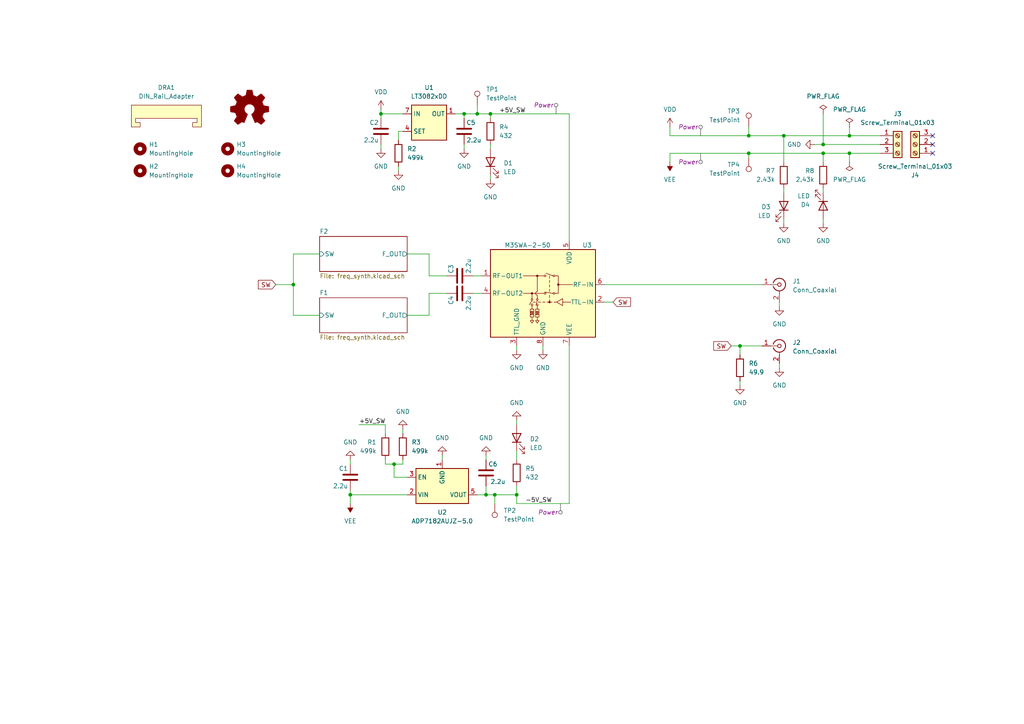
<source format=kicad_sch>
(kicad_sch (version 20230121) (generator eeschema)
  (paper "A4")
  (title_block (title "AOM driver") (date "2023-12-24") (rev "v1") (company "Jacob Feder"))
  (lib_symbols
    (symbol "Connector:Conn_Coaxial" (pin_names (offset 1.016) hide)
      (property "Reference" "J" (at 0.254 3.048 0))
      (property "Value" "Conn_Coaxial" (at 2.921 0 90))
      (symbol "Conn_Coaxial_0_1"
        (arc (start -1.778 -0.508) (mid 0.2311 -1.8066) (end 1.778 0) (stroke (width 0.254)))
        (polyline (pts (xy -2.54 0) (xy -0.508 0)))
        (polyline (pts (xy 0 -2.54) (xy 0 -1.778)))
        (circle (center 0 0) (radius 0.508) (stroke (width 0.2032)))
        (arc (start 1.778 0) (mid 0.2099 1.8101) (end -1.778 0.508) (stroke (width 0.254)))
      )
      (symbol "Conn_Coaxial_1_1"
        (pin passive line (at -5.08 0 0) (length 2.54) (name "In") (number "1"))
        (pin passive line (at 0 -5.08 90) (length 2.54) (name "Ext") (number "2"))
      )
    )
    (symbol "Connector:Screw_Terminal_01x03" (pin_names (offset 1.016) hide)
      (property "Reference" "J" (at 0 5.08 0))
      (property "Value" "Screw_Terminal_01x03" (at 0 -5.08 0))
      (symbol "Screw_Terminal_01x03_1_1"
        (rectangle (start -1.27 3.81) (end 1.27 -3.81) (stroke (width 0.254)) (fill (type background)))
        (circle (center 0 -2.54) (radius 0.635) (stroke (width 0.1524)))
        (polyline (pts (xy -0.5334 -2.2098) (xy 0.3302 -3.048)) (stroke (width 0.1524)))
        (polyline (pts (xy -0.5334 0.3302) (xy 0.3302 -0.508)) (stroke (width 0.1524)))
        (polyline (pts (xy -0.5334 2.8702) (xy 0.3302 2.032)) (stroke (width 0.1524)))
        (polyline (pts (xy -0.3556 -2.032) (xy 0.508 -2.8702)) (stroke (width 0.1524)))
        (polyline (pts (xy -0.3556 0.508) (xy 0.508 -0.3302)) (stroke (width 0.1524)))
        (polyline (pts (xy -0.3556 3.048) (xy 0.508 2.2098)) (stroke (width 0.1524)))
        (circle (center 0 0) (radius 0.635) (stroke (width 0.1524)))
        (circle (center 0 2.54) (radius 0.635) (stroke (width 0.1524)))
        (pin passive line (at -5.08 2.54 0) (length 3.81) (name "Pin_1") (number "1"))
        (pin passive line (at -5.08 0 0) (length 3.81) (name "Pin_2") (number "2"))
        (pin passive line (at -5.08 -2.54 0) (length 3.81) (name "Pin_3") (number "3"))
      )
    )
    (symbol "Connector:TestPoint" (pin_numbers hide) (pin_names (offset 0.762) hide)
      (property "Reference" "TP" (at 0 6.858 0))
      (property "Value" "TestPoint" (at 0 5.08 0))
      (symbol "TestPoint_0_1"
        (circle (center 0 3.302) (radius 0.762))
      )
      (symbol "TestPoint_1_1"
        (pin passive line (at 0 0 90) (length 2.54) (name "1") (number "1"))
      )
    )
    (symbol "Device:C" (pin_numbers hide) (pin_names (offset 0.254))
      (property "Reference" "C" (at 0.635 2.54 0))
      (property "Value" "C" (at 0.635 -2.54 0))
      (symbol "C_0_1"
        (polyline (pts (xy -2.032 -0.762) (xy 2.032 -0.762)) (stroke (width 0.508)))
        (polyline (pts (xy -2.032 0.762) (xy 2.032 0.762)) (stroke (width 0.508)))
      )
      (symbol "C_1_1"
        (pin passive line (at 0 3.81 270) (length 2.794) (name "~") (number "1"))
        (pin passive line (at 0 -3.81 90) (length 2.794) (name "~") (number "2"))
      )
    )
    (symbol "Device:LED" (pin_numbers hide) (pin_names (offset 1.016) hide)
      (property "Reference" "D" (at 0 2.54 0))
      (property "Value" "LED" (at 0 -2.54 0))
      (symbol "LED_0_1"
        (polyline (pts (xy -1.27 -1.27) (xy -1.27 1.27)) (stroke (width 0.254)))
        (polyline (pts (xy -1.27 0) (xy 1.27 0)))
        (polyline (pts (xy 1.27 -1.27) (xy 1.27 1.27) (xy -1.27 0) (xy 1.27 -1.27)) (stroke (width 0.254)))
        (polyline (pts (xy -3.048 -0.762) (xy -4.572 -2.286) (xy -3.81 -2.286) (xy -4.572 -2.286) (xy -4.572 -1.524)))
        (polyline (pts (xy -1.778 -0.762) (xy -3.302 -2.286) (xy -2.54 -2.286) (xy -3.302 -2.286) (xy -3.302 -1.524)))
      )
      (symbol "LED_1_1"
        (pin passive line (at -3.81 0 0) (length 2.54) (name "K") (number "1"))
        (pin passive line (at 3.81 0 180) (length 2.54) (name "A") (number "2"))
      )
    )
    (symbol "Device:R" (pin_numbers hide) (pin_names (offset 0))
      (property "Reference" "R" (at 2.032 0 90))
      (property "Value" "R" (at 0 0 90))
      (symbol "R_0_1"
        (rectangle (start -1.016 -2.54) (end 1.016 2.54) (stroke (width 0.254)))
      )
      (symbol "R_1_1"
        (pin passive line (at 0 3.81 270) (length 1.27) (name "~") (number "1"))
        (pin passive line (at 0 -3.81 90) (length 1.27) (name "~") (number "2"))
      )
    )
    (symbol "Graphic:Logo_Open_Hardware_Small" (in_bom no) (on_board no)
      (symbol "Logo_Open_Hardware_Small_0_1"
        (polyline (pts (xy 3.3528 -4.3434) (xy 3.302 -4.318) (xy 3.175 -4.2418) (xy 2.9972 -4.1148) (xy 2.7686 -3.9624) (xy 2.54 -3.81) (xy 2.3622 -3.7084) (xy 2.2352 -3.6068) (xy 2.1844 -3.5814) (xy 2.159 -3.6068) (xy 2.0574 -3.6576) (xy 1.905 -3.7338) (xy 1.8034 -3.7846) (xy 1.6764 -3.8354) (xy 1.6002 -3.8354) (xy 1.6002 -3.8354) (xy 1.5494 -3.7338) (xy 1.4732 -3.5306) (xy 1.3462 -3.302) (xy 1.2446 -3.0226) (xy 1.1176 -2.7178) (xy 0.9652 -2.413) (xy 0.8636 -2.1082) (xy 0.7366 -1.8288) (xy 0.6604 -1.6256) (xy 0.6096 -1.4732) (xy 0.5842 -1.397) (xy 0.5842 -1.397) (xy 0.6604 -1.3208) (xy 0.7874 -1.2446) (xy 1.0414 -1.016) (xy 1.2954 -0.6858) (xy 1.4478 -0.3302) (xy 1.524 0.0762) (xy 1.4732 0.4572) (xy 1.3208 0.8128) (xy 1.0668 1.143) (xy 0.762 1.3716) (xy 0.4064 1.524) (xy 0 1.5748) (xy -0.381 1.5494) (xy -0.7366 1.397) (xy -1.0668 1.143) (xy -1.2192 0.9906) (xy -1.397 0.6604) (xy -1.524 0.3048) (xy -1.524 0.2286) (xy -1.4986 -0.1778) (xy -1.397 -0.5334) (xy -1.1938 -0.8636) (xy -0.9144 -1.143) (xy -0.8636 -1.1684) (xy -0.7366 -1.27) (xy -0.635 -1.3462) (xy -0.5842 -1.397) (xy -1.0668 -2.5908) (xy -1.143 -2.794) (xy -1.2954 -3.1242) (xy -1.397 -3.4036) (xy -1.4986 -3.6322) (xy -1.5748 -3.7846) (xy -1.6002 -3.8354) (xy -1.6002 -3.8354) (xy -1.651 -3.8354) (xy -1.7272 -3.81) (xy -1.905 -3.7338) (xy -2.0066 -3.683) (xy -2.1336 -3.6068) (xy -2.2098 -3.5814) (xy -2.2606 -3.6068) (xy -2.3622 -3.683) (xy -2.54 -3.81) (xy -2.7686 -3.9624) (xy -2.9718 -4.0894) (xy -3.1496 -4.2164) (xy -3.302 -4.318) (xy -3.3528 -4.3434) (xy -3.3782 -4.3434) (xy -3.429 -4.318) (xy -3.5306 -4.2164) (xy -3.7084 -4.064) (xy -3.937 -3.8354) (xy -3.9624 -3.81) (xy -4.1656 -3.6068) (xy -4.318 -3.4544) (xy -4.4196 -3.3274) (xy -4.445 -3.2766) (xy -4.445 -3.2766) (xy -4.4196 -3.2258) (xy -4.318 -3.0734) (xy -4.2164 -2.8956) (xy -4.064 -2.667) (xy -3.6576 -2.0828) (xy -3.8862 -1.5494) (xy -3.937 -1.3716) (xy -4.0386 -1.1684) (xy -4.0894 -1.0414) (xy -4.1148 -0.9652) (xy -4.191 -0.9398) (xy -4.318 -0.9144) (xy -4.5466 -0.8636) (xy -4.8006 -0.8128) (xy -5.0546 -0.7874) (xy -5.2578 -0.7366) (xy -5.4356 -0.7112) (xy -5.5118 -0.6858) (xy -5.5118 -0.6858) (xy -5.5372 -0.635) (xy -5.5372 -0.5588) (xy -5.5372 -0.4318) (xy -5.5626 -0.2286) (xy -5.5626 0.0762) (xy -5.5626 0.127) (xy -5.5372 0.4064) (xy -5.5372 0.635) (xy -5.5372 0.762) (xy -5.5372 0.8382) (xy -5.5372 0.8382) (xy -5.461 0.8382) (xy -5.3086 0.889) (xy -5.08 0.9144) (xy -4.826 0.9652) (xy -4.8006 0.9906) (xy -4.5466 1.0414) (xy -4.318 1.0668) (xy -4.1656 1.1176) (xy -4.0894 1.143) (xy -4.0894 1.143) (xy -4.0386 1.2446) (xy -3.9624 1.4224) (xy -3.8608 1.6256) (xy -3.7846 1.8288) (xy -3.7084 2.0066) (xy -3.6576 2.159) (xy -3.6322 2.2098) (xy -3.6322 2.2098) (xy -3.683 2.286) (xy -3.7592 2.413) (xy -3.8862 2.5908) (xy -4.064 2.8194) (xy -4.064 2.8448) (xy -4.2164 3.0734) (xy -4.3434 3.2512) (xy -4.4196 3.3782) (xy -4.445 3.4544) (xy -4.445 3.4544) (xy -4.3942 3.5052) (xy -4.2926 3.6322) (xy -4.1148 3.81) (xy -3.937 4.0132) (xy -3.8608 4.064) (xy -3.6576 4.2926) (xy -3.5052 4.4196) (xy -3.4036 4.4958) (xy -3.3528 4.5212) (xy -3.3528 4.5212) (xy -3.302 4.4704) (xy -3.1496 4.3688) (xy -2.9718 4.2418) (xy -2.7432 4.0894) (xy -2.7178 4.0894) (xy -2.4892 3.937) (xy -2.3114 3.81) (xy -2.1844 3.7084) (xy -2.1336 3.683) (xy -2.1082 3.683) (xy -2.032 3.7084) (xy -1.8542 3.7592) (xy -1.6764 3.8354) (xy -1.4732 3.937) (xy -1.27 4.0132) (xy -1.143 4.064) (xy -1.0668 4.1148) (xy -1.0668 4.1148) (xy -1.0414 4.191) (xy -1.016 4.3434) (xy -0.9652 4.572) (xy -0.9144 4.8514) (xy -0.889 4.9022) (xy -0.8382 5.1562) (xy -0.8128 5.3848) (xy -0.7874 5.5372) (xy -0.762 5.588) (xy -0.7112 5.6134) (xy -0.5842 5.6134) (xy -0.4064 5.6134) (xy -0.1524 5.6134) (xy 0.0762 5.6134) (xy 0.3302 5.6134) (xy 0.5334 5.6134) (xy 0.6858 5.588) (xy 0.7366 5.588) (xy 0.7366 5.588) (xy 0.762 5.5118) (xy 0.8128 5.334) (xy 0.8382 5.1054) (xy 0.9144 4.826) (xy 0.9144 4.7752) (xy 0.9652 4.5212) (xy 1.016 4.2926) (xy 1.0414 4.1402) (xy 1.0668 4.0894) (xy 1.0668 4.0894) (xy 1.1938 4.0386) (xy 1.3716 3.9624) (xy 1.5748 3.8608) (xy 2.0828 3.6576) (xy 2.7178 4.0894) (xy 2.7686 4.1402) (xy 2.9972 4.2926) (xy 3.175 4.4196) (xy 3.302 4.4958) (xy 3.3782 4.5212) (xy 3.3782 4.5212) (xy 3.429 4.4704) (xy 3.556 4.3434) (xy 3.7338 4.191) (xy 3.9116 3.9878) (xy 4.064 3.8354) (xy 4.2418 3.6576) (xy 4.3434 3.556) (xy 4.4196 3.4798) (xy 4.4196 3.429) (xy 4.4196 3.4036) (xy 4.3942 3.3274) (xy 4.2926 3.2004) (xy 4.1656 2.9972) (xy 4.0132 2.794) (xy 3.8862 2.5908) (xy 3.7592 2.3876) (xy 3.6576 2.2352) (xy 3.6322 2.159) (xy 3.6322 2.1336) (xy 3.683 2.0066) (xy 3.7592 1.8288) (xy 3.8608 1.6002) (xy 4.064 1.1176) (xy 4.3942 1.0414) (xy 4.5974 1.016) (xy 4.8768 0.9652) (xy 5.1308 0.9144) (xy 5.5372 0.8382) (xy 5.5626 -0.6604) (xy 5.4864 -0.6858) (xy 5.4356 -0.6858) (xy 5.2832 -0.7366) (xy 5.0546 -0.762) (xy 4.8006 -0.8128) (xy 4.5974 -0.8636) (xy 4.3688 -0.9144) (xy 4.2164 -0.9398) (xy 4.1402 -0.9398) (xy 4.1148 -0.9652) (xy 4.064 -1.0668) (xy 3.9878 -1.2446) (xy 3.9116 -1.4478) (xy 3.81 -1.651) (xy 3.7338 -1.8542) (xy 3.683 -2.0066) (xy 3.6576 -2.0828) (xy 3.683 -2.1336) (xy 3.7846 -2.2606) (xy 3.8862 -2.4638) (xy 4.0386 -2.667) (xy 4.191 -2.8956) (xy 4.318 -3.0734) (xy 4.3942 -3.2004) (xy 4.445 -3.2766) (xy 4.4196 -3.3274) (xy 4.3434 -3.429) (xy 4.1656 -3.5814) (xy 3.937 -3.8354) (xy 3.8862 -3.8608) (xy 3.683 -4.064) (xy 3.5306 -4.2164) (xy 3.4036 -4.318) (xy 3.3528 -4.3434)) (fill (type outline)))
      )
    )
    (symbol "Mechanical:DIN_Rail_Adapter"
      (property "Reference" "DRA" (at 0 6.35 0))
      (property "Value" "DIN_Rail_Adapter" (at 0 3.81 0))
      (symbol "DIN_Rail_Adapter_0_1"
        (polyline (pts (xy 10.16 2.54) (xy -10.16 2.54) (xy -10.16 -3.81) (xy -7.62 -3.81) (xy -7.62 -2.54) (xy -8.89 -2.54) (xy -8.89 -1.27) (xy 8.89 -1.27) (xy 8.89 -2.54) (xy 7.62 -2.54) (xy 7.62 -3.81) (xy 10.16 -3.81) (xy 10.16 2.54) (xy -10.16 2.54)) (fill (type background)))
      )
    )
    (symbol "Mechanical:MountingHole" (pin_names (offset 1.016))
      (property "Reference" "H" (at 0 5.08 0))
      (property "Value" "MountingHole" (at 0 3.175 0))
      (symbol "MountingHole_0_1"
        (circle (center 0 0) (radius 1.27) (stroke (width 1.27)))
      )
    )
    (symbol "RF_Switch:M3SWA-2-50"
      (property "Reference" "U" (at -11.43 13.97 0))
      (property "Value" "M3SWA-2-50" (at 4.445 13.97 0))
      (symbol "M3SWA-2-50_0_0"
        (circle (center -4.445 2.54) (radius 0.254) (fill (type outline)))
        (circle (center -1.905 -2.54) (radius 0.254) (fill (type outline)))
        (polyline (pts (xy -8.128 -2.54) (xy -5.715 -2.54)))
        (polyline (pts (xy -4.445 2.54) (xy -8.636 2.54)))
        (polyline (pts (xy -3.937 -2.54) (xy -3.175 -2.54)))
        (polyline (pts (xy -1.905 -2.54) (xy -1.905 -1.778)))
        (polyline (pts (xy -1.905 -1.27) (xy -1.905 -0.508)))
        (polyline (pts (xy -1.905 1.27) (xy -1.905 0.508)))
        (polyline (pts (xy -1.905 2.54) (xy -1.905 1.778)))
        (polyline (pts (xy -1.905 3.81) (xy -1.905 3.048)))
        (polyline (pts (xy -1.905 5.08) (xy -1.905 4.318)))
        (polyline (pts (xy -1.143 -2.54) (xy -2.667 -2.54)))
        (polyline (pts (xy -0.635 -2.54) (xy 0.127 -2.54)))
        (polyline (pts (xy 1.397 -2.54) (xy 0.635 -2.54)))
        (polyline (pts (xy 1.651 0.508) (xy 1.651 5.08)))
        (polyline (pts (xy 2.921 -2.54) (xy 2.159 -2.54)))
        (polyline (pts (xy -5.715 -1.524) (xy -5.715 -3.556) (xy -3.937 -2.54) (xy -5.715 -1.524)))
        (polyline (pts (xy -3.429 0) (xy -4.445 0) (xy -4.445 5.08) (xy -3.429 5.08)))
        (arc (start 1.651 -0.508) (mid 2.157 0) (end 1.651 0.508))
        (text "50" (at 1.651 -5.715 900) (effects (font (size 0.635 0.635))))
        (text "50" (at 3.175 -5.715 900) (effects (font (size 0.635 0.635))))
      )
      (symbol "M3SWA-2-50_0_1"
        (circle (center -3.175 0) (radius 0.254))
        (circle (center -3.175 5.08) (radius 0.254))
        (circle (center -0.635 0) (radius 0.254))
        (circle (center -0.635 5.08) (radius 0.254))
        (polyline (pts (xy -2.921 0) (xy -0.508 0.381)))
        (polyline (pts (xy -2.921 5.08) (xy -0.889 5.842)))
        (polyline (pts (xy 1.651 -3.556) (xy 1.651 -4.572)))
        (polyline (pts (xy 1.651 -2.032) (xy 2.032 -3.429)))
        (polyline (pts (xy 1.651 -0.508) (xy 1.651 -1.524)))
        (polyline (pts (xy 3.175 -3.556) (xy 3.175 -4.572)))
        (polyline (pts (xy 3.175 -2.032) (xy 3.937 -3.302)))
        (polyline (pts (xy 3.175 0) (xy 3.175 -1.524)))
        (polyline (pts (xy 1.651 -6.858) (xy 1.651 -7.874) (xy 1.143 -7.874) (xy 1.651 -8.636) (xy 2.159 -7.874) (xy 1.651 -7.874)))
        (polyline (pts (xy 3.175 -6.858) (xy 3.175 -7.874) (xy 2.667 -7.874) (xy 3.175 -8.636) (xy 3.683 -7.874) (xy 3.175 -7.874)))
        (rectangle (start 1.143 -4.572) (end 2.159 -6.858))
        (circle (center 1.651 -3.302) (radius 0.254))
        (circle (center 1.651 -1.778) (radius 0.254))
        (circle (center 1.651 5.08) (radius 0.254) (fill (type outline)))
        (rectangle (start 2.667 -4.572) (end 3.683 -6.858))
        (circle (center 3.175 -3.302) (radius 0.254))
        (circle (center 3.175 -1.778) (radius 0.254))
        (circle (center 3.175 0) (radius 0.254) (fill (type outline)))
      )
      (symbol "M3SWA-2-50_1_0"
        (polyline (pts (xy -0.381 0) (xy 5.715 0)))
        (polyline (pts (xy -0.381 5.08) (xy 5.715 5.08)))
      )
      (symbol "M3SWA-2-50_1_1"
        (rectangle (start -15.24 12.7) (end 15.24 -12.7) (stroke (width 0.254)) (fill (type background)))
        (pin passive line (at 17.78 5.08 180) (length 2.54) (name "RF-OUT1") (number "1"))
        (pin input line (at -17.78 -2.54 0) (length 2.54) (name "TTL-IN") (number "2"))
        (pin power_in line (at 7.62 -15.24 90) (length 2.54) (name "TTL_GND") (number "3"))
        (pin passive line (at 17.78 0 180) (length 2.54) (name "RF-OUT2") (number "4"))
        (pin power_in line (at -7.62 15.24 270) (length 2.54) (name "VDD") (number "5"))
        (pin passive line (at -17.78 2.54 0) (length 2.54) (name "RF-IN") (number "6"))
        (pin power_in line (at -7.62 -15.24 90) (length 2.54) (name "VEE") (number "7"))
        (pin power_in line (at 0 -15.24 90) (length 2.54) (name "GND") (number "8"))
        (pin passive line (at 0 -15.24 90) (length 2.54) hide (name "GND") (number "9"))
      )
    )
    (symbol "Regulator_Linear:ADP7182AUJZ-5.0"
      (property "Reference" "U" (at 0 -7.62 0))
      (property "Value" "ADP7182AUJZ-5.0" (at 0 -6.35 0))
      (symbol "ADP7182AUJZ-5.0_0_1"
        (rectangle (start -7.62 5.08) (end 7.62 -5.08) (stroke (width 0.254)) (fill (type background)))
      )
      (symbol "ADP7182AUJZ-5.0_1_1"
        (pin power_in line (at 0 7.62 270) (length 2.54) (name "GND") (number "1"))
        (pin power_in line (at -10.16 -2.54 0) (length 2.54) (name "VIN") (number "2"))
        (pin input line (at -10.16 2.54 0) (length 2.54) (name "EN") (number "3"))
        (pin no_connect line (at 7.62 0 180) (length 2.54) hide (name "NC") (number "4"))
        (pin power_out line (at 10.16 -2.54 180) (length 2.54) (name "VOUT") (number "5"))
      )
    )
    (symbol "Regulator_Linear:LT3082xDD"
      (property "Reference" "U" (at 0 7.62 0))
      (property "Value" "LT3082xDD" (at 0 -7.62 0))
      (symbol "LT3082xDD_0_1"
        (rectangle (start -5.08 5.08) (end 5.08 -5.08) (stroke (width 0.254)) (fill (type background)))
      )
      (symbol "LT3082xDD_1_1"
        (pin power_out line (at 7.62 2.54 180) (length 2.54) (name "OUT") (number "1"))
        (pin passive line (at 7.62 2.54 180) (length 2.54) hide (name "OUT") (number "2"))
        (pin no_connect line (at -5.08 0 0) (length 2.54) hide (name "NC") (number "3"))
        (pin input line (at -7.62 -2.54 0) (length 2.54) (name "SET") (number "4"))
        (pin no_connect line (at 5.08 0 180) (length 2.54) hide (name "NC") (number "5"))
        (pin no_connect line (at 5.08 -2.54 180) (length 2.54) hide (name "NC") (number "6"))
        (pin power_in line (at -7.62 2.54 0) (length 2.54) (name "IN") (number "7"))
        (pin passive line (at -7.62 2.54 0) (length 2.54) hide (name "IN") (number "8"))
        (pin passive line (at 7.62 2.54 180) (length 2.54) hide (name "OUT") (number "9"))
      )
    )
    (symbol "power:GND" (power) (pin_names (offset 0))
      (property "Value" "GND" (at 0 -3.81 0))
      (symbol "GND_0_1"
        (polyline (pts (xy 0 0) (xy 0 -1.27) (xy 1.27 -1.27) (xy 0 -2.54) (xy -1.27 -1.27) (xy 0 -1.27)))
      )
      (symbol "GND_1_1"
        (pin power_in line (at 0 0 270) (length 0) hide (name "GND") (number "1"))
      )
    )
    (symbol "power:PWR_FLAG" (power) (pin_numbers hide) (pin_names (offset 0) hide)
      (property "Value" "PWR_FLAG" (at 0 3.81 0))
      (symbol "PWR_FLAG_0_0"
        (pin power_out line (at 0 0 90) (length 0) (name "pwr") (number "1"))
      )
      (symbol "PWR_FLAG_0_1"
        (polyline (pts (xy 0 0) (xy 0 1.27) (xy -1.016 1.905) (xy 0 2.54) (xy 1.016 1.905) (xy 0 1.27)))
      )
    )
    (symbol "power:VDD" (power) (pin_names (offset 0))
      (property "Value" "VDD" (at 0 3.81 0))
      (symbol "VDD_0_1"
        (polyline (pts (xy -0.762 1.27) (xy 0 2.54)))
        (polyline (pts (xy 0 0) (xy 0 2.54)))
        (polyline (pts (xy 0 2.54) (xy 0.762 1.27)))
      )
      (symbol "VDD_1_1"
        (pin power_in line (at 0 0 90) (length 0) hide (name "VDD") (number "1"))
      )
    )
    (symbol "power:VEE" (power) (pin_names (offset 0))
      (property "Value" "VEE" (at 0 3.81 0))
      (symbol "VEE_0_1"
        (polyline (pts (xy 0 0) (xy 0 2.54)))
        (polyline (pts (xy 0.762 1.27) (xy -0.762 1.27) (xy 0 2.54) (xy 0.762 1.27)) (fill (type outline)))
      )
      (symbol "VEE_1_1"
        (pin power_in line (at 0 0 90) (length 0) hide (name "VEE") (number "1"))
      )
    )
  )
  (junction (at 214.63 100.33))
  (junction (at 143.51 143.51))
  (junction (at 134.62 33.02))
  (junction (at 85.09 82.55))
  (junction (at 246.38 39.37))
  (junction (at 217.17 44.45))
  (junction (at 142.24 33.02))
  (junction (at 138.43 33.02))
  (junction (at 246.38 44.45))
  (junction (at 101.6 143.51))
  (junction (at 149.86 143.51))
  (junction (at 238.76 44.45))
  (junction (at 217.17 39.37))
  (junction (at 227.33 39.37))
  (junction (at 140.97 143.51))
  (junction (at 114.3 134.62))
  (junction (at 110.49 33.02))
  (junction (at 238.76 41.91))
  (no_connect (at 270.51 39.37))
  (no_connect (at 270.51 44.45))
  (no_connect (at 270.51 41.91))
  (wire (pts (xy 101.6 133.35) (xy 101.6 134.62)))
  (wire (pts (xy 115.57 38.1) (xy 116.84 38.1)))
  (wire (pts (xy 118.11 91.44) (xy 124.46 91.44)))
  (wire (pts (xy 194.31 46.99) (xy 194.31 44.45)))
  (wire (pts (xy 111.76 133.35) (xy 111.76 134.62)))
  (wire (pts (xy 110.49 31.75) (xy 110.49 33.02)))
  (wire (pts (xy 246.38 39.37) (xy 255.27 39.37)))
  (wire (pts (xy 246.38 44.45) (xy 246.38 46.99)))
  (wire (pts (xy 175.26 87.63) (xy 177.8 87.63)))
  (wire (pts (xy 137.16 85.09) (xy 139.7 85.09)))
  (wire (pts (xy 138.43 143.51) (xy 140.97 143.51)))
  (wire (pts (xy 134.62 41.91) (xy 134.62 43.18)))
  (wire (pts (xy 110.49 33.02) (xy 110.49 34.29)))
  (wire (pts (xy 149.86 100.33) (xy 149.86 101.6)))
  (wire (pts (xy 226.06 105.41) (xy 226.06 106.68)))
  (wire (pts (xy 227.33 39.37) (xy 246.38 39.37)))
  (wire (pts (xy 220.98 100.33) (xy 214.63 100.33)))
  (wire (pts (xy 214.63 100.33) (xy 214.63 102.87)))
  (wire (pts (xy 115.57 48.26) (xy 115.57 49.53)))
  (wire (pts (xy 116.84 133.35) (xy 116.84 134.62)))
  (wire (pts (xy 217.17 36.83) (xy 217.17 39.37)))
  (wire (pts (xy 227.33 39.37) (xy 217.17 39.37)))
  (wire (pts (xy 138.43 30.48) (xy 138.43 33.02)))
  (wire (pts (xy 149.86 143.51) (xy 149.86 146.05)))
  (wire (pts (xy 255.27 41.91) (xy 238.76 41.91)))
  (wire (pts (xy 85.09 91.44) (xy 85.09 82.55)))
  (wire (pts (xy 238.76 33.02) (xy 238.76 41.91)))
  (wire (pts (xy 142.24 41.91) (xy 142.24 43.18)))
  (wire (pts (xy 217.17 39.37) (xy 194.31 39.37)))
  (wire (pts (xy 212.09 100.33) (xy 214.63 100.33)))
  (wire (pts (xy 124.46 85.09) (xy 129.54 85.09)))
  (wire (pts (xy 140.97 132.08) (xy 140.97 133.35)))
  (wire (pts (xy 118.11 138.43) (xy 114.3 138.43)))
  (wire (pts (xy 246.38 36.83) (xy 246.38 39.37)))
  (wire (pts (xy 143.51 143.51) (xy 143.51 146.05)))
  (wire (pts (xy 110.49 41.91) (xy 110.49 43.18)))
  (wire (pts (xy 217.17 44.45) (xy 217.17 45.72)))
  (wire (pts (xy 149.86 121.92) (xy 149.86 123.19)))
  (wire (pts (xy 149.86 146.05) (xy 165.1 146.05)))
  (wire (pts (xy 114.3 134.62) (xy 111.76 134.62)))
  (wire (pts (xy 149.86 130.81) (xy 149.86 133.35)))
  (wire (pts (xy 140.97 140.97) (xy 140.97 143.51)))
  (wire (pts (xy 132.08 33.02) (xy 134.62 33.02)))
  (wire (pts (xy 238.76 63.5) (xy 238.76 64.77)))
  (wire (pts (xy 238.76 44.45) (xy 238.76 46.99)))
  (wire (pts (xy 85.09 82.55) (xy 85.09 73.66)))
  (wire (pts (xy 226.06 87.63) (xy 226.06 88.9)))
  (wire (pts (xy 114.3 134.62) (xy 114.3 138.43)))
  (wire (pts (xy 118.11 73.66) (xy 124.46 73.66)))
  (wire (pts (xy 238.76 41.91) (xy 236.22 41.91)))
  (wire (pts (xy 116.84 134.62) (xy 114.3 134.62)))
  (wire (pts (xy 111.76 125.73) (xy 111.76 123.19)))
  (wire (pts (xy 165.1 33.02) (xy 165.1 69.85)))
  (wire (pts (xy 142.24 50.8) (xy 142.24 52.07)))
  (wire (pts (xy 124.46 85.09) (xy 124.46 91.44)))
  (wire (pts (xy 227.33 54.61) (xy 227.33 55.88)))
  (wire (pts (xy 118.11 143.51) (xy 101.6 143.51)))
  (wire (pts (xy 165.1 100.33) (xy 165.1 146.05)))
  (wire (pts (xy 85.09 91.44) (xy 92.71 91.44)))
  (wire (pts (xy 217.17 44.45) (xy 194.31 44.45)))
  (wire (pts (xy 115.57 40.64) (xy 115.57 38.1)))
  (wire (pts (xy 149.86 140.97) (xy 149.86 143.51)))
  (wire (pts (xy 217.17 44.45) (xy 238.76 44.45)))
  (wire (pts (xy 124.46 80.01) (xy 129.54 80.01)))
  (wire (pts (xy 116.84 33.02) (xy 110.49 33.02)))
  (wire (pts (xy 140.97 143.51) (xy 143.51 143.51)))
  (wire (pts (xy 227.33 63.5) (xy 227.33 64.77)))
  (wire (pts (xy 101.6 143.51) (xy 101.6 146.05)))
  (wire (pts (xy 194.31 36.83) (xy 194.31 39.37)))
  (wire (pts (xy 238.76 54.61) (xy 238.76 55.88)))
  (wire (pts (xy 101.6 142.24) (xy 101.6 143.51)))
  (wire (pts (xy 85.09 73.66) (xy 92.71 73.66)))
  (wire (pts (xy 143.51 143.51) (xy 149.86 143.51)))
  (wire (pts (xy 246.38 44.45) (xy 238.76 44.45)))
  (wire (pts (xy 128.27 132.08) (xy 128.27 133.35)))
  (wire (pts (xy 80.01 82.55) (xy 85.09 82.55)))
  (wire (pts (xy 116.84 124.46) (xy 116.84 125.73)))
  (wire (pts (xy 111.76 123.19) (xy 104.14 123.19)))
  (wire (pts (xy 134.62 33.02) (xy 134.62 34.29)))
  (wire (pts (xy 134.62 33.02) (xy 138.43 33.02)))
  (wire (pts (xy 124.46 73.66) (xy 124.46 80.01)))
  (wire (pts (xy 137.16 80.01) (xy 139.7 80.01)))
  (wire (pts (xy 255.27 44.45) (xy 246.38 44.45)))
  (wire (pts (xy 227.33 39.37) (xy 227.33 46.99)))
  (wire (pts (xy 138.43 33.02) (xy 142.24 33.02)))
  (wire (pts (xy 214.63 110.49) (xy 214.63 111.76)))
  (wire (pts (xy 157.48 100.33) (xy 157.48 101.6)))
  (wire (pts (xy 175.26 82.55) (xy 220.98 82.55)))
  (wire (pts (xy 142.24 33.02) (xy 142.24 34.29)))
  (wire (pts (xy 142.24 33.02) (xy 165.1 33.02)))
  (label "+5V_SW" (at 144.78 33.02 0))
  (label "+5V_SW" (at 104.14 123.19 0))
  (label "-5V_SW" (at 152.4 146.05 0))
  (global_label "SW" (shape input) (at 80.01 82.55 180) (property "Intersheetrefs" "${INTERSHEET_REFS}" (effects hide)))
  (global_label "SW" (shape input) (at 177.8 87.63 0) (property "Intersheetrefs" "${INTERSHEET_REFS}" (effects hide)))
  (global_label "SW" (shape input) (at 212.09 100.33 180) (property "Intersheetrefs" "${INTERSHEET_REFS}" (effects hide)))
  (netclass_flag "" (length 2.54) (shape round) (at 203.2 39.37 0) (property "Netclass" "Power" (at 202.5015 36.83 0) (effects (font italic) (justify right))))
  (netclass_flag "" (length 2.54) (shape round) (at 162.56 146.05 180) (property "Netclass" "Power" (at 161.8615 148.59 0) (effects (font italic) (justify right))))
  (netclass_flag "" (length 2.54) (shape round) (at 161.29 33.02 0) (property "Netclass" "Power" (at 160.5915 30.48 0) (effects (font italic) (justify right))))
  (netclass_flag "" (length 2.54) (shape round) (at 203.2 44.45 180) (property "Netclass" "Power" (at 202.5015 46.99 0) (effects (font italic) (justify right))))
  (symbol (lib_id "Device:C") (at 101.6 138.43 0) (mirror y) (unit 1)
    (property "Reference" "C1" (at 100.965 135.89 0) (effects (justify left)))
    (property "Value" "2.2u" (at 100.965 140.97 0) (effects (justify left)))
    (property "Footprint" "Capacitor_SMD:C_0805_2012Metric_Pad1.18x1.45mm_HandSolder" (effects hide))
    (property "MF" "Samsung Electro-Mechanics" (effects hide))
    (property "MFPN" "CL21B225KAFNFNE" (effects hide))
    (property "DKPN" "1276-2953-1-ND" (effects hide))
  )
  (symbol (lib_id "power:GND") (at 110.49 43.18 0) (mirror y) (unit 1)
    (property "Reference" "#PWR04" (effects hide))
    (property "Value" "GND" (at 110.49 48.26 0))
  )
  (symbol (lib_id "Connector:Conn_Coaxial") (at 226.06 100.33 0) (unit 1)
    (property "Reference" "J2" (at 229.87 99.3532 0) (effects (justify left)))
    (property "Value" "Conn_Coaxial" (at 229.87 101.8932 0) (effects (justify left)))
    (property "Footprint" "Connector_Coaxial:SMA_Samtec_SMA-J-P-X-ST-EM1_EdgeMount" (effects hide))
    (property "Datasheet" " ~" (effects hide))
    (property "MF" "Adam Tech" (effects hide))
    (property "MFPN" "RF2-143-T-17-50-G" (effects hide))
    (property "DKPN" "2057-RF2-143-T-17-50-G-ND" (effects hide))
  )
  (symbol (lib_id "Graphic:Logo_Open_Hardware_Small") (at 72.39 31.75 0) (unit 1) (in_bom no) (on_board no)
    (property "Reference" "#SYM1" (effects hide))
    (property "Value" "Logo_Open_Hardware_Small" (effects hide))
    (property "Footprint" "Symbol:OSHW-Logo2_9.8x8mm_SilkScreen" (effects hide))
    (property "Sim.Enable" "0" (effects hide))
  )
  (symbol (lib_id "power:GND") (at 142.24 52.07 0) (unit 1)
    (property "Reference" "#PWR010" (effects hide))
    (property "Value" "GND" (at 142.24 57.15 0))
  )
  (symbol (lib_id "Device:LED") (at 142.24 46.99 90) (unit 1)
    (property "Reference" "D1" (at 146.05 47.3075 90) (effects (justify right)))
    (property "Value" "LED" (at 146.05 49.8475 90) (effects (justify right)))
    (property "Footprint" "LED_SMD:LED_0603_1608Metric_Pad1.05x0.95mm_HandSolder" (effects hide))
    (property "MF" "ams-OSRAM USA INC." (effects hide))
    (property "MFPN" "LT Q39G-Q1OO-25-1" (effects hide))
    (property "DKPN" "475-LTQ39G-Q1OO-25-1CT-ND" (effects hide))
  )
  (symbol (lib_id "Mechanical:MountingHole") (at 40.64 49.53 0) (unit 1)
    (property "Reference" "H2" (at 43.18 48.26 0) (effects (justify left)))
    (property "Value" "MountingHole" (at 43.18 50.8 0) (effects (justify left)))
    (property "Footprint" "MountingHole:MountingHole_4.3mm_M4_DIN965" (effects hide))
    (property "MF" "McMaster-Carr" (effects hide))
    (property "MFPN" "91292A108" (effects hide))
  )
  (symbol (lib_id "Regulator_Linear:LT3082xDD") (at 124.46 35.56 0) (unit 1)
    (property "Reference" "U1" (at 124.46 25.4 0))
    (property "Value" "LT3082xDD" (at 124.46 27.94 0))
    (property "Footprint" "Package_DFN_QFN:DFN-8-1EP_3x3mm_P0.5mm_EP1.66x2.38mm" (effects hide))
    (property "Datasheet" "https://www.analog.com/media/en/technical-documentation/data-sheets/3082f.pdf" (effects hide))
    (property "MF" "Analog Devices Inc." (effects hide))
    (property "MFPN" "LT3082EDD#TRPBF" (effects hide))
    (property "DKPN" "LT3082EDD#TRPBFCT-ND" (effects hide))
  )
  (symbol (lib_id "power:GND") (at 134.62 43.18 0) (unit 1)
    (property "Reference" "#PWR08" (effects hide))
    (property "Value" "GND" (at 134.62 48.26 0))
  )
  (symbol (lib_id "Device:R") (at 227.33 50.8 0) (mirror y) (unit 1)
    (property "Reference" "R7" (at 224.79 49.53 0) (effects (justify left)))
    (property "Value" "2.43k" (at 224.79 52.07 0) (effects (justify left)))
    (property "Footprint" "Resistor_SMD:R_0805_2012Metric_Pad1.20x1.40mm_HandSolder" (effects hide))
    (property "MF" "YAGEO" (effects hide))
    (property "MFPN" "RC0805FR-072K43L" (effects hide))
    (property "DKPN" "311-2.43KCRCT-ND" (effects hide))
  )
  (symbol (lib_id "Connector:Screw_Terminal_01x03") (at 260.35 41.91 0) (unit 1)
    (property "Reference" "J3" (at 260.35 33.02 0))
    (property "Value" "Screw_Terminal_01x03" (at 260.35 35.56 0))
    (property "Footprint" "Connector_Phoenix_MSTB:PhoenixContact_MSTBA_2,5_3-G-5,08_1x03_P5.08mm_Horizontal" (effects hide))
    (property "MF" "Phoenix Contact" (effects hide))
    (property "MFPN" "1757255" (effects hide))
    (property "DKPN" "277-1107-ND" (effects hide))
  )
  (symbol (lib_id "Regulator_Linear:ADP7182AUJZ-5.0") (at 128.27 140.97 0) (unit 1)
    (property "Reference" "U2" (at 128.27 148.59 0))
    (property "Value" "ADP7182AUJZ-5.0" (at 128.27 151.13 0))
    (property "Footprint" "Package_TO_SOT_SMD:TSOT-23-5" (effects hide))
    (property "Datasheet" "https://www.analog.com/media/en/technical-documentation/data-sheets/ADP7182.pdf" (effects hide))
    (property "MF" "Analog Devices Inc." (effects hide))
    (property "MFPN" "ADP7182ACPZ-5.0-R7" (effects hide))
    (property "DKPN" "505-ADP7182ACPZ-5.0-R7CT-ND" (effects hide))
  )
  (symbol (lib_id "power:GND") (at 115.57 49.53 0) (unit 1)
    (property "Reference" "#PWR05" (effects hide))
    (property "Value" "GND" (at 115.57 54.61 0))
  )
  (symbol (lib_id "Connector:Screw_Terminal_01x03") (at 265.43 41.91 180) (unit 1) (on_board no)
    (property "Reference" "J4" (at 265.43 50.8 0))
    (property "Value" "Screw_Terminal_01x03" (at 265.43 48.26 0))
    (property "MF" "Phoenix Contact" (effects hide))
    (property "MFPN" "1757022" (effects hide))
    (property "DKPN" "277-1012-ND" (effects hide))
  )
  (symbol (lib_id "power:GND") (at 236.22 41.91 270) (mirror x) (unit 1)
    (property "Reference" "#PWR020" (effects hide))
    (property "Value" "GND" (at 232.41 41.91 90) (effects (justify right)))
  )
  (symbol (lib_id "power:GND") (at 157.48 101.6 0) (unit 1)
    (property "Reference" "#PWR013" (effects hide))
    (property "Value" "GND" (at 157.48 106.68 0))
  )
  (symbol (lib_id "power:PWR_FLAG") (at 238.76 33.02 0) (unit 1)
    (property "Reference" "#FLG01" (effects hide))
    (property "Value" "PWR_FLAG" (at 238.76 27.94 0))
  )
  (symbol (lib_id "Device:C") (at 133.35 80.01 90) (unit 1)
    (property "Reference" "C3" (at 130.81 79.375 0) (effects (justify left)))
    (property "Value" "2.2u" (at 135.89 79.375 0) (effects (justify left)))
    (property "Footprint" "Capacitor_SMD:C_0805_2012Metric_Pad1.18x1.45mm_HandSolder" (effects hide))
    (property "MF" "Samsung Electro-Mechanics" (effects hide))
    (property "MFPN" "CL21B225KAFNFNE" (effects hide))
    (property "DKPN" "1276-2953-1-ND" (effects hide))
  )
  (symbol (lib_id "power:GND") (at 214.63 111.76 0) (unit 1)
    (property "Reference" "#PWR016" (effects hide))
    (property "Value" "GND" (at 214.63 116.84 0))
  )
  (symbol (lib_id "power:GND") (at 238.76 64.77 0) (mirror y) (unit 1)
    (property "Reference" "#PWR021" (effects hide))
    (property "Value" "GND" (at 238.76 69.85 0))
  )
  (symbol (lib_id "power:PWR_FLAG") (at 246.38 36.83 0) (unit 1)
    (property "Reference" "#FLG02" (effects hide))
    (property "Value" "PWR_FLAG" (at 246.38 31.75 0))
  )
  (symbol (lib_id "power:VEE") (at 194.31 46.99 180) (unit 1)
    (property "Reference" "#PWR015" (effects hide))
    (property "Value" "VEE" (at 194.31 52.07 0))
  )
  (symbol (lib_id "Connector:TestPoint") (at 217.17 36.83 0) (mirror y) (unit 1) (in_bom no)
    (property "Reference" "TP3" (at 214.63 32.258 0) (effects (justify left)))
    (property "Value" "TestPoint" (at 214.63 34.798 0) (effects (justify left)))
    (property "Footprint" "TestPoint:TestPoint_Pad_D2.0mm" (effects hide))
  )
  (symbol (lib_id "Device:R") (at 214.63 106.68 0) (unit 1)
    (property "Reference" "R6" (at 217.17 105.41 0) (effects (justify left)))
    (property "Value" "49.9" (at 217.17 107.95 0) (effects (justify left)))
    (property "Footprint" "Resistor_SMD:R_0805_2012Metric_Pad1.20x1.40mm_HandSolder" (effects hide))
    (property "MF" "YAGEO" (effects hide))
    (property "MFPN" "RC0805FR-0749R9L" (effects hide))
    (property "DKPN" "311-49.9CRCT-ND" (effects hide))
  )
  (symbol (lib_id "power:GND") (at 149.86 121.92 0) (mirror x) (unit 1)
    (property "Reference" "#PWR012" (effects hide))
    (property "Value" "GND" (at 149.86 116.84 0))
  )
  (symbol (lib_id "Device:R") (at 111.76 129.54 0) (mirror y) (unit 1)
    (property "Reference" "R1" (at 109.22 128.27 0) (effects (justify left)))
    (property "Value" "499k" (at 109.22 130.81 0) (effects (justify left)))
    (property "Footprint" "Resistor_SMD:R_0805_2012Metric_Pad1.20x1.40mm_HandSolder" (effects hide))
    (property "MF" "YAGEO" (effects hide))
    (property "MFPN" "RC0805FR-07499KL" (effects hide))
    (property "DKPN" "311-499KCRCT-ND" (effects hide))
  )
  (symbol (lib_id "Mechanical:MountingHole") (at 40.64 43.18 0) (unit 1)
    (property "Reference" "H1" (at 43.18 41.91 0) (effects (justify left)))
    (property "Value" "MountingHole" (at 43.18 44.45 0) (effects (justify left)))
    (property "Footprint" "MountingHole:MountingHole_4.3mm_M4_DIN965" (effects hide))
    (property "MF" "McMaster-Carr" (effects hide))
    (property "MFPN" "91292A108" (effects hide))
  )
  (symbol (lib_id "power:VDD") (at 110.49 31.75 0) (unit 1)
    (property "Reference" "#PWR03" (effects hide))
    (property "Value" "VDD" (at 110.49 26.67 0))
  )
  (symbol (lib_id "Device:R") (at 149.86 137.16 0) (unit 1)
    (property "Reference" "R5" (at 152.4 135.89 0) (effects (justify left)))
    (property "Value" "432" (at 152.4 138.43 0) (effects (justify left)))
    (property "Footprint" "Resistor_SMD:R_0805_2012Metric_Pad1.20x1.40mm_HandSolder" (effects hide))
    (property "MF" "YAGEO" (effects hide))
    (property "MFPN" "RC0805FR-07432RL" (effects hide))
    (property "DKPN" "311-432CRCT-ND" (effects hide))
  )
  (symbol (lib_id "Device:C") (at 133.35 85.09 90) (mirror x) (unit 1)
    (property "Reference" "C4" (at 130.81 85.725 0) (effects (justify left)))
    (property "Value" "2.2u" (at 135.89 85.725 0) (effects (justify left)))
    (property "Footprint" "Capacitor_SMD:C_0805_2012Metric_Pad1.18x1.45mm_HandSolder" (effects hide))
    (property "MF" "Samsung Electro-Mechanics" (effects hide))
    (property "MFPN" "CL21B225KAFNFNE" (effects hide))
    (property "DKPN" "1276-2953-1-ND" (effects hide))
  )
  (symbol (lib_id "RF_Switch:M3SWA-2-50") (at 157.48 85.09 0) (mirror y) (unit 1)
    (property "Reference" "U3" (at 168.91 71.12 0) (effects (justify right)))
    (property "Value" "M3SWA-2-50" (at 153.035 71.12 0))
    (property "Footprint" "Package_DFN_QFN:Mini-Circuits_DL805" (effects hide))
    (property "Datasheet" "https://www.minicircuits.com/pdfs/M3SWA-2-50DRB+.pdf" (effects hide))
    (property "MF" "Mini-Circuits" (effects hide))
    (property "MFPN" "M3SWA-2-50DRB+" (effects hide))
    (property "DKPN" "3157-M3SWA-2-50DRB+CT-ND" (effects hide))
  )
  (symbol (lib_id "Connector:TestPoint") (at 217.17 45.72 0) (mirror x) (unit 1) (in_bom no)
    (property "Reference" "TP4" (at 214.63 47.752 0) (effects (justify right)))
    (property "Value" "TestPoint" (at 214.63 50.292 0) (effects (justify right)))
    (property "Footprint" "TestPoint:TestPoint_Pad_D2.0mm" (effects hide))
  )
  (symbol (lib_id "power:VEE") (at 101.6 146.05 0) (mirror x) (unit 1)
    (property "Reference" "#PWR02" (effects hide))
    (property "Value" "VEE" (at 101.6 151.13 0))
  )
  (symbol (lib_id "Connector:TestPoint") (at 143.51 146.05 180) (unit 1) (in_bom no)
    (property "Reference" "TP2" (at 146.05 148.082 0) (effects (justify right)))
    (property "Value" "TestPoint" (at 146.05 150.622 0) (effects (justify right)))
    (property "Footprint" "TestPoint:TestPoint_Pad_D2.0mm" (effects hide))
  )
  (symbol (lib_id "power:GND") (at 128.27 132.08 0) (mirror x) (unit 1)
    (property "Reference" "#PWR07" (effects hide))
    (property "Value" "GND" (at 128.27 127 0))
  )
  (symbol (lib_id "Device:C") (at 110.49 38.1 0) (mirror y) (unit 1)
    (property "Reference" "C2" (at 109.855 35.56 0) (effects (justify left)))
    (property "Value" "2.2u" (at 109.855 40.64 0) (effects (justify left)))
    (property "Footprint" "Capacitor_SMD:C_0805_2012Metric_Pad1.18x1.45mm_HandSolder" (effects hide))
    (property "MF" "Samsung Electro-Mechanics" (effects hide))
    (property "MFPN" "CL21B225KAFNFNE" (effects hide))
    (property "DKPN" "1276-2953-1-ND" (effects hide))
  )
  (symbol (lib_id "Device:R") (at 115.57 44.45 0) (unit 1)
    (property "Reference" "R2" (at 118.11 43.18 0) (effects (justify left)))
    (property "Value" "499k" (at 118.11 45.72 0) (effects (justify left)))
    (property "Footprint" "Resistor_SMD:R_0805_2012Metric_Pad1.20x1.40mm_HandSolder" (effects hide))
    (property "MF" "YAGEO" (effects hide))
    (property "MFPN" "RC0805FR-07499KL" (effects hide))
    (property "DKPN" "311-499KCRCT-ND" (effects hide))
  )
  (symbol (lib_id "power:GND") (at 116.84 124.46 180) (unit 1)
    (property "Reference" "#PWR06" (effects hide))
    (property "Value" "GND" (at 116.84 119.38 0))
  )
  (symbol (lib_id "Device:LED") (at 149.86 127 90) (unit 1)
    (property "Reference" "D2" (at 153.67 127.3175 90) (effects (justify right)))
    (property "Value" "LED" (at 153.67 129.8575 90) (effects (justify right)))
    (property "Footprint" "LED_SMD:LED_0603_1608Metric_Pad1.05x0.95mm_HandSolder" (effects hide))
    (property "MF" "ams-OSRAM USA INC." (effects hide))
    (property "MFPN" "LT Q39G-Q1OO-25-1" (effects hide))
    (property "DKPN" "475-LTQ39G-Q1OO-25-1CT-ND" (effects hide))
  )
  (symbol (lib_id "power:GND") (at 226.06 106.68 0) (unit 1)
    (property "Reference" "#PWR018" (effects hide))
    (property "Value" "GND" (at 226.06 111.76 0))
  )
  (symbol (lib_id "power:PWR_FLAG") (at 246.38 46.99 0) (mirror x) (unit 1)
    (property "Reference" "#FLG03" (effects hide))
    (property "Value" "PWR_FLAG" (at 246.38 52.07 0))
  )
  (symbol (lib_id "power:GND") (at 226.06 88.9 0) (unit 1)
    (property "Reference" "#PWR017" (effects hide))
    (property "Value" "GND" (at 226.06 93.98 0))
  )
  (symbol (lib_id "Device:R") (at 116.84 129.54 0) (unit 1)
    (property "Reference" "R3" (at 119.38 128.27 0) (effects (justify left)))
    (property "Value" "499k" (at 119.38 130.81 0) (effects (justify left)))
    (property "Footprint" "Resistor_SMD:R_0805_2012Metric_Pad1.20x1.40mm_HandSolder" (effects hide))
    (property "MF" "YAGEO" (effects hide))
    (property "MFPN" "RC0805FR-07499KL" (effects hide))
    (property "DKPN" "311-499KCRCT-ND" (effects hide))
  )
  (symbol (lib_id "Device:R") (at 238.76 50.8 0) (mirror y) (unit 1)
    (property "Reference" "R8" (at 236.22 49.53 0) (effects (justify left)))
    (property "Value" "2.43k" (at 236.22 52.07 0) (effects (justify left)))
    (property "Footprint" "Resistor_SMD:R_0805_2012Metric_Pad1.20x1.40mm_HandSolder" (effects hide))
    (property "MF" "YAGEO" (effects hide))
    (property "MFPN" "RC0805FR-072K43L" (effects hide))
    (property "DKPN" "311-2.43KCRCT-ND" (effects hide))
  )
  (symbol (lib_id "Device:LED") (at 227.33 59.69 270) (mirror x) (unit 1)
    (property "Reference" "D3" (at 223.52 60.0075 90) (effects (justify right)))
    (property "Value" "LED" (at 223.52 62.5475 90) (effects (justify right)))
    (property "Footprint" "LED_SMD:LED_0603_1608Metric_Pad1.05x0.95mm_HandSolder" (effects hide))
    (property "MF" "ams-OSRAM USA INC." (effects hide))
    (property "MFPN" "LT Q39G-Q1OO-25-1" (effects hide))
    (property "DKPN" "475-LTQ39G-Q1OO-25-1CT-ND" (effects hide))
  )
  (symbol (lib_id "power:GND") (at 140.97 132.08 0) (mirror x) (unit 1)
    (property "Reference" "#PWR09" (effects hide))
    (property "Value" "GND" (at 140.97 127 0))
  )
  (symbol (lib_id "Device:LED") (at 238.76 59.69 270) (unit 1)
    (property "Reference" "D4" (at 234.95 59.3725 90) (effects (justify right)))
    (property "Value" "LED" (at 234.95 56.8325 90) (effects (justify right)))
    (property "Footprint" "LED_SMD:LED_0603_1608Metric_Pad1.05x0.95mm_HandSolder" (effects hide))
    (property "MF" "ams-OSRAM USA INC." (effects hide))
    (property "MFPN" "LT Q39G-Q1OO-25-1" (effects hide))
    (property "DKPN" "475-LTQ39G-Q1OO-25-1CT-ND" (effects hide))
  )
  (symbol (lib_id "Mechanical:MountingHole") (at 66.04 49.53 0) (unit 1)
    (property "Reference" "H4" (at 68.58 48.26 0) (effects (justify left)))
    (property "Value" "MountingHole" (at 68.58 50.8 0) (effects (justify left)))
    (property "Footprint" "MountingHole:MountingHole_4.3mm_M4_DIN965" (effects hide))
  )
  (symbol (lib_id "Connector:TestPoint") (at 138.43 30.48 0) (unit 1) (in_bom no)
    (property "Reference" "TP1" (at 140.97 25.908 0) (effects (justify left)))
    (property "Value" "TestPoint" (at 140.97 28.448 0) (effects (justify left)))
    (property "Footprint" "TestPoint:TestPoint_Pad_D2.0mm" (effects hide))
  )
  (symbol (lib_id "power:GND") (at 227.33 64.77 0) (mirror y) (unit 1)
    (property "Reference" "#PWR019" (effects hide))
    (property "Value" "GND" (at 227.33 69.85 0))
  )
  (symbol (lib_id "Device:C") (at 134.62 38.1 0) (unit 1)
    (property "Reference" "C5" (at 135.255 35.56 0) (effects (justify left)))
    (property "Value" "2.2u" (at 135.255 40.64 0) (effects (justify left)))
    (property "Footprint" "Capacitor_SMD:C_0805_2012Metric_Pad1.18x1.45mm_HandSolder" (effects hide))
    (property "MF" "Samsung Electro-Mechanics" (effects hide))
    (property "MFPN" "CL21B225KAFNFNE" (effects hide))
    (property "DKPN" "1276-2953-1-ND" (effects hide))
  )
  (symbol (lib_id "power:GND") (at 101.6 133.35 0) (mirror x) (unit 1)
    (property "Reference" "#PWR01" (effects hide))
    (property "Value" "GND" (at 101.6 128.27 0))
  )
  (symbol (lib_id "Device:R") (at 142.24 38.1 0) (unit 1)
    (property "Reference" "R4" (at 144.78 36.83 0) (effects (justify left)))
    (property "Value" "432" (at 144.78 39.37 0) (effects (justify left)))
    (property "Footprint" "Resistor_SMD:R_0805_2012Metric_Pad1.20x1.40mm_HandSolder" (effects hide))
    (property "MF" "YAGEO" (effects hide))
    (property "MFPN" "RC0805FR-07432RL" (effects hide))
    (property "DKPN" "311-432CRCT-ND" (effects hide))
  )
  (symbol (lib_id "Device:C") (at 140.97 137.16 0) (unit 1)
    (property "Reference" "C6" (at 141.605 134.62 0) (effects (justify left)))
    (property "Value" "2.2u" (at 142.24 139.7 0) (effects (justify left)))
    (property "Footprint" "Capacitor_SMD:C_0805_2012Metric_Pad1.18x1.45mm_HandSolder" (effects hide))
    (property "MF" "Samsung Electro-Mechanics" (effects hide))
    (property "MFPN" "CL21B225KAFNFNE" (effects hide))
    (property "DKPN" "1276-2953-1-ND" (effects hide))
  )
  (symbol (lib_id "Mechanical:MountingHole") (at 66.04 43.18 0) (unit 1)
    (property "Reference" "H3" (at 68.58 41.91 0) (effects (justify left)))
    (property "Value" "MountingHole" (at 68.58 44.45 0) (effects (justify left)))
    (property "Footprint" "MountingHole:MountingHole_4.3mm_M4_DIN965" (effects hide))
  )
  (symbol (lib_id "Mechanical:DIN_Rail_Adapter") (at 48.26 33.02 0) (unit 1) (on_board no)
    (property "Reference" "DRA1" (at 48.26 25.4 0))
    (property "Value" "DIN_Rail_Adapter" (at 48.26 27.94 0))
    (property "MF" "Winford Engineering" (effects hide))
    (property "MFPN" "DINM30" (effects hide))
  )
  (symbol (lib_id "Connector:Conn_Coaxial") (at 226.06 82.55 0) (unit 1)
    (property "Reference" "J1" (at 229.87 81.5732 0) (effects (justify left)))
    (property "Value" "Conn_Coaxial" (at 229.87 84.1132 0) (effects (justify left)))
    (property "Footprint" "Connector_Coaxial:SMA_Samtec_SMA-J-P-X-ST-EM1_EdgeMount" (effects hide))
    (property "Datasheet" " ~" (effects hide))
    (property "MF" "Adam Tech" (effects hide))
    (property "MFPN" "RF2-143-T-17-50-G" (effects hide))
    (property "DKPN" "2057-RF2-143-T-17-50-G-ND" (effects hide))
  )
  (symbol (lib_id "power:VDD") (at 194.31 36.83 0) (mirror y) (unit 1)
    (property "Reference" "#PWR014" (effects hide))
    (property "Value" "VDD" (at 194.31 31.75 0))
  )
  (symbol (lib_id "power:GND") (at 149.86 101.6 0) (unit 1)
    (property "Reference" "#PWR011" (effects hide))
    (property "Value" "GND" (at 149.86 106.68 0))
  )
  (sheet (at 92.71 86.36) (size 25.4 10.16) (stroke (width 0.1524))
    (property "Sheetname" "F1" (at 92.71 85.6484 0) (effects (justify left bottom)))
    (property "Sheetfile" "freq_synth.kicad_sch" (at 92.71 97.1046 0) (effects (justify left top)))
    (pin "F_OUT" output (at 118.11 91.44 0))
    (pin "SW" input (at 92.71 91.44 180))
  )
  (sheet (at 92.71 68.58) (size 25.4 10.16) (stroke (width 0.1524))
    (property "Sheetname" "F2" (at 92.71 67.8684 0) (effects (justify left bottom)))
    (property "Sheetfile" "freq_synth.kicad_sch" (at 92.71 79.3246 0) (effects (justify left top)))
    (pin "F_OUT" output (at 118.11 73.66 0))
    (pin "SW" input (at 92.71 73.66 180))
  )
)
</source>
